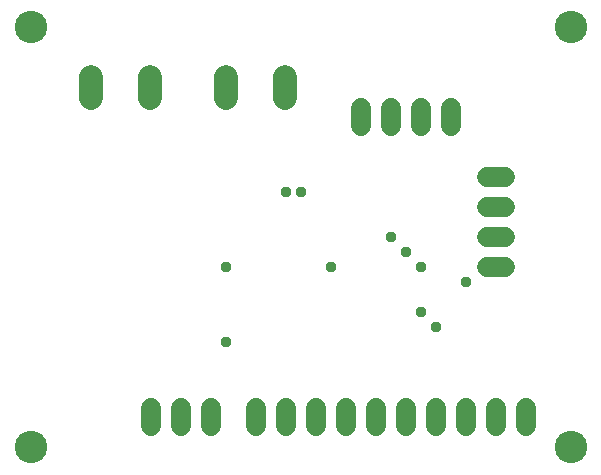
<source format=gbr>
G04 EAGLE Gerber RS-274X export*
G75*
%MOMM*%
%FSLAX34Y34*%
%LPD*%
%INSoldermask Bottom*%
%IPPOS*%
%AMOC8*
5,1,8,0,0,1.08239X$1,22.5*%
G01*
%ADD10C,2.743200*%
%ADD11C,1.727200*%
%ADD12C,1.993900*%
%ADD13C,0.959600*%


D10*
X482600Y25400D03*
X25400Y25400D03*
X482600Y381000D03*
X25400Y381000D03*
D11*
X411480Y177800D02*
X426720Y177800D01*
X426720Y203200D02*
X411480Y203200D01*
X411480Y228600D02*
X426720Y228600D01*
X426720Y254000D02*
X411480Y254000D01*
X444500Y58420D02*
X444500Y43180D01*
X419100Y43180D02*
X419100Y58420D01*
X393700Y58420D02*
X393700Y43180D01*
X368300Y43180D02*
X368300Y58420D01*
X342900Y58420D02*
X342900Y43180D01*
X317500Y43180D02*
X317500Y58420D01*
X292100Y58420D02*
X292100Y43180D01*
X266700Y43180D02*
X266700Y58420D01*
X241300Y58420D02*
X241300Y43180D01*
X215900Y43180D02*
X215900Y58420D01*
D12*
X126600Y321247D02*
X126600Y339154D01*
X76600Y339154D02*
X76600Y321247D01*
X240900Y321247D02*
X240900Y339154D01*
X190900Y339154D02*
X190900Y321247D01*
D11*
X304800Y312420D02*
X304800Y297180D01*
X330200Y297180D02*
X330200Y312420D01*
X355600Y312420D02*
X355600Y297180D01*
X381000Y297180D02*
X381000Y312420D01*
X127000Y58420D02*
X127000Y43180D01*
X152400Y43180D02*
X152400Y58420D01*
X177800Y58420D02*
X177800Y43180D01*
D13*
X355600Y177800D03*
X190500Y177800D03*
X190500Y114300D03*
X241300Y241300D03*
X254000Y241300D03*
X330200Y203200D03*
X342900Y190500D03*
X368300Y127000D03*
X393700Y165100D03*
X355600Y139700D03*
X279400Y177800D03*
M02*

</source>
